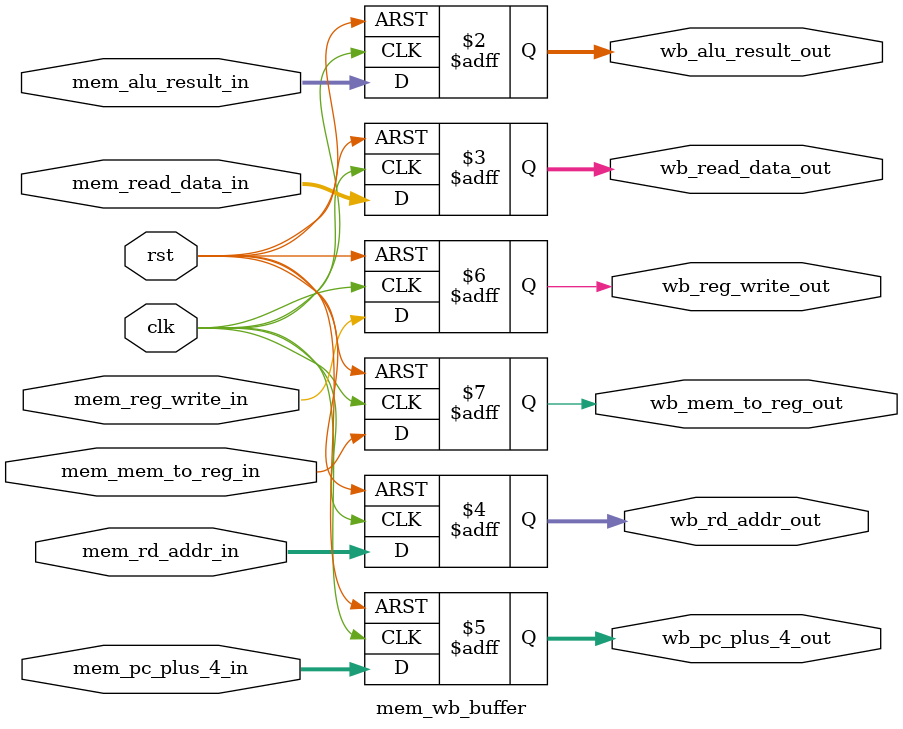
<source format=v>
`timescale 1ns / 1ps

module mem_wb_buffer (
    input  wire        clk,
    input  wire        rst,
    
    // --- Inputs from MEM Stage (ins_mem) ---
    input  wire [31:0] mem_alu_result_in,    // Pass-through ALU result
    input  wire [31:0] mem_read_data_in,     // Data from data memory (for LW)
    input  wire [4:0]  mem_rd_addr_in,       // Destination register
    input  wire [31:0] mem_pc_plus_4_in,     // Pass-through for JAL/JALR
    
    // Control signals
    input  wire        mem_reg_write_in,     // Is a write to a register required?
    input  wire        mem_mem_to_reg_in,    // 0 = ALU result, 1 = Memory data

    // --- Outputs to WB Stage (ins_wb) ---
    output reg  [31:0] wb_alu_result_out,
    output reg  [31:0] wb_read_data_out,
    output reg  [4:0]  wb_rd_addr_out,
    output reg  [31:0] wb_pc_plus_4_out,
    
    // Control signals
    output reg         wb_reg_write_out,
    output reg         wb_mem_to_reg_out
);

    always @(posedge clk or posedge rst) begin
        if (rst) begin
            // On reset, clear all outputs.
            // Importantly, set RegWrite to 0 to prevent
            // accidental writes on startup.
            wb_alu_result_out <= 32'b0;
            wb_read_data_out  <= 32'b0;
            wb_rd_addr_out    <= 5'b0;
            wb_pc_plus_4_out  <= 32'b0;
            wb_reg_write_out  <= 1'b0; // 0 = No write
            wb_mem_to_reg_out <= 1'b0; // Default to 0 (ALU result)
        end else begin
            // Normal operation: capture all inputs from the MEM stage.
            wb_alu_result_out <= mem_alu_result_in;
            wb_read_data_out  <= mem_read_data_in;
            wb_rd_addr_out    <= mem_rd_addr_in;
            wb_pc_plus_4_out  <= mem_pc_plus_4_in;
            wb_reg_write_out  <= mem_reg_write_in;
            wb_mem_to_reg_out <= mem_mem_to_reg_in;
        end
    end

endmodule
</source>
